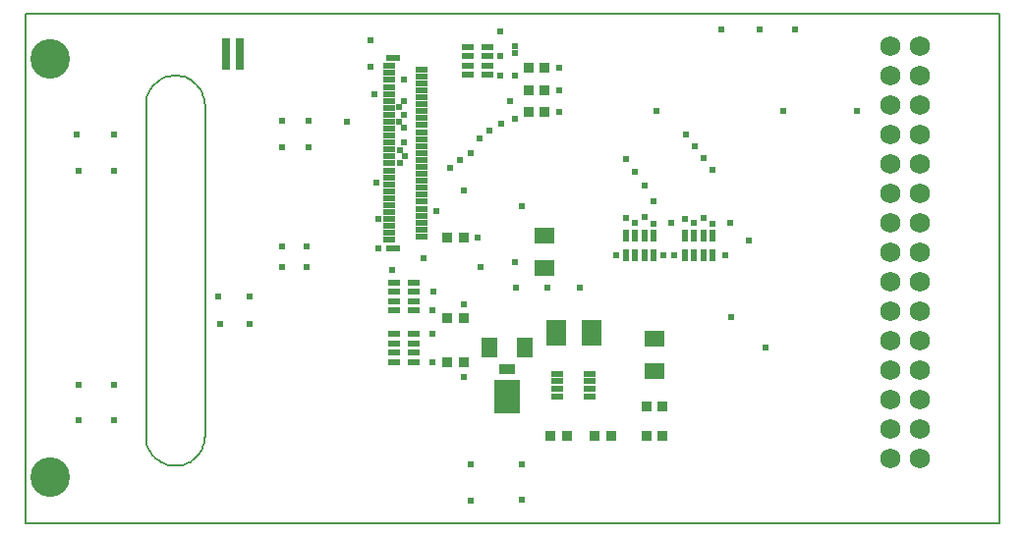
<source format=gbr>
%FSTAX23Y23*%
%MOIN*%
%SFA1B1*%

%IPPOS*%
%ADD13C,0.005000*%
%ADD36C,0.068000*%
%ADD37C,0.134000*%
%ADD38C,0.024000*%
%ADD39R,0.068000X0.058000*%
%ADD40R,0.058000X0.068000*%
%ADD41R,0.058000X0.038000*%
%ADD42R,0.087000X0.113000*%
%ADD43R,0.043000X0.024000*%
%ADD44R,0.024000X0.043000*%
%ADD45R,0.039000X0.020000*%
%ADD46R,0.038000X0.038000*%
%ADD47R,0.067000X0.087000*%
%ADD48R,0.067000X0.087000*%
%ADD49R,0.047000X0.024000*%
%ADD50R,0.028000X0.106000*%
%LNmb694-1*%
%LPD*%
G54D13*
X00524Y01263D02*
D01*
X00523Y01269*
X00523Y01276*
X00521Y01283*
X0052Y0129*
X00517Y01297*
X00515Y01303*
X00512Y01309*
X00508Y01315*
X00504Y01321*
X005Y01327*
X00495Y01332*
X0049Y01337*
X00485Y01341*
X00479Y01345*
X00474Y01349*
X00467Y01352*
X00461Y01355*
X00454Y01358*
X00448Y0136*
X00441Y01361*
X00434Y01362*
X00427Y01362*
X0042*
X00413Y01362*
X00406Y01361*
X00399Y0136*
X00393Y01358*
X00386Y01355*
X0038Y01352*
X00373Y01349*
X00368Y01345*
X00362Y01341*
X00357Y01337*
X00352Y01332*
X00347Y01327*
X00343Y01321*
X00339Y01315*
X00335Y01309*
X00332Y01303*
X0033Y01297*
X00327Y0129*
X00326Y01283*
X00324Y01276*
X00324Y01269*
X00324Y01263*
Y00138D02*
D01*
X00324Y00131*
X00324Y00124*
X00326Y00117*
X00327Y0011*
X0033Y00103*
X00332Y00097*
X00335Y00091*
X00339Y00085*
X00343Y00079*
X00347Y00073*
X00352Y00068*
X00357Y00063*
X00362Y00059*
X00368Y00055*
X00374Y00051*
X0038Y00048*
X00386Y00045*
X00393Y00042*
X00399Y0004*
X00406Y00039*
X00413Y00038*
X0042Y00038*
X00427*
X00434Y00038*
X00441Y00039*
X00448Y0004*
X00454Y00042*
X00461Y00045*
X00467Y00048*
X00474Y00051*
X00479Y00055*
X00485Y00059*
X0049Y00063*
X00495Y00068*
X005Y00073*
X00504Y00079*
X00508Y00085*
X00512Y00091*
X00515Y00097*
X00517Y00103*
X0052Y0011*
X00521Y00117*
X00523Y00124*
X00523Y00131*
X00524Y00138*
X-00086Y01573D02*
X03219D01*
X03218Y-00158D02*
X03219Y-00157D01*
Y01573*
X00324Y00138D02*
Y01263D01*
X00524Y00138D02*
Y01258D01*
X-00086Y-00158D02*
Y01573D01*
Y-00158D02*
X03218D01*
G54D36*
X02949Y00063D03*
Y00163D03*
Y00263D03*
Y00363D03*
X02849Y00063D03*
Y00163D03*
Y00263D03*
Y00363D03*
Y01463D03*
X02949Y01363D03*
Y01463D03*
X02849Y01363D03*
X02949Y00463D03*
Y00563D03*
Y00663D03*
Y00763D03*
Y00863D03*
Y00963D03*
Y01063D03*
Y01163D03*
Y01263D03*
X02849Y00463D03*
Y00563D03*
Y00663D03*
Y00763D03*
Y00863D03*
Y00963D03*
Y01063D03*
Y01163D03*
Y01263D03*
G54D37*
X0Y0D03*
D03*
Y01418D03*
G54D38*
X02424Y00438D03*
X02309Y00542D03*
X01579Y00642D03*
X01794Y00643D03*
X01684D03*
X00094Y00313D03*
Y00193D03*
X00214D03*
Y00313D03*
X00674Y00612D03*
X00569D03*
X00674Y00518D03*
X00574D03*
X01084Y01482D03*
Y01392D03*
X01264Y00742D03*
X01112Y00777D03*
X01159Y00702D03*
X01524Y01512D03*
X02274Y01518D03*
X02404D03*
X02524D03*
X00784Y01208D03*
X00874D03*
X00784Y01118D03*
X00874D03*
X01424Y00042D03*
Y-00082D03*
X01599Y00042D03*
Y-00078D03*
X01724Y01388D03*
Y01313D03*
Y01238D03*
X01574Y01463D03*
X02246Y0086D03*
X02214Y00878D03*
X02183Y00862D03*
X02152Y00875D03*
X02046Y0086D03*
Y00935D03*
X02015Y00882D03*
X02014Y00988D03*
X01983Y00862D03*
Y01037D03*
X01952Y0088D03*
Y01078D03*
X01524Y01428D03*
Y01363D03*
X01574Y01438D03*
Y01363D03*
X02246Y01043D03*
X02214Y01083D03*
X02184Y01123D03*
X02154Y01163D03*
X0192Y00754D03*
X02079Y00753D03*
X02115Y00754D03*
X02289Y00753D03*
X01299Y00628D03*
X01296Y00565D03*
X01401Y00585D03*
X01297Y00485D03*
X01296Y0039D03*
X01401Y0034D03*
X01449Y00813D03*
X01574Y00728D03*
X00089Y01162D03*
X00214D03*
X00094Y01038D03*
X00214D03*
X00869Y00782D03*
X00784Y00783D03*
X01459Y00712D03*
X01105Y01D03*
X02369Y00802D03*
X02104Y00863D03*
X02304D03*
X00869Y00712D03*
X00784Y00713D03*
X01198Y01348D03*
X01575Y01215D03*
X0153Y012D03*
X0149Y01175D03*
X01455Y0115D03*
X01425Y011D03*
X0139Y01075D03*
X01355Y0105D03*
X012Y01275D03*
X01183Y01255D03*
X012Y0123D03*
X01181Y01206D03*
X012Y01185D03*
Y01135D03*
X01185Y0111D03*
X011Y013D03*
X01202Y01088D03*
X01185Y01065D03*
X01111Y00876D03*
X01403Y00972D03*
X01599Y0092D03*
X0131Y00902D03*
X0156Y01275D03*
X01004Y01205D03*
X02735Y01242D03*
X02485D03*
X02055D03*
G54D39*
X01674Y00708D03*
Y00818D03*
X02049Y00468D03*
Y00358D03*
G54D40*
X01489Y00438D03*
X01609D03*
G54D41*
X01549Y00365D03*
G54D42*
X01549Y00273D03*
G54D43*
X01232Y00485D03*
Y0039D03*
Y00453D03*
X01165Y00485D03*
Y0039D03*
Y00453D03*
Y00422D03*
X01232D03*
Y00597D03*
X01165D03*
Y00628D03*
Y00565D03*
Y0066D03*
X01232Y00628D03*
Y00565D03*
Y0066D03*
X01482Y01397D03*
X01415D03*
Y01428D03*
Y01365D03*
Y0146D03*
X01482Y01428D03*
Y01365D03*
Y0146D03*
G54D44*
X02246Y00754D03*
X02152D03*
X02215D03*
X02246Y00821D03*
X02152D03*
X02215D03*
X02183D03*
Y00754D03*
X01983D03*
Y00821D03*
X02015D03*
X01952D03*
X02046D03*
X02015Y00754D03*
X01952D03*
X02046D03*
G54D45*
X01829Y00351D03*
Y003D03*
Y00326D03*
Y00274D03*
X01719D03*
Y003D03*
Y00326D03*
Y00351D03*
X01259Y01265D03*
Y01242D03*
Y01218D03*
Y01195D03*
Y01171D03*
Y01147D03*
Y01124D03*
Y011D03*
Y01076D03*
Y0136D03*
Y01383D03*
X01149Y01254D03*
Y0123D03*
Y01206D03*
Y01183D03*
Y01159D03*
Y01135D03*
Y01112D03*
Y01088D03*
Y01065D03*
Y01372D03*
X01259Y00864D03*
X01149Y00946D03*
X01259Y00958D03*
X01149Y01277D03*
X01259Y01289D03*
X01149Y01301D03*
X01259Y01313D03*
X01149Y01324D03*
X01259Y01336D03*
X01149Y01348D03*
Y01395D03*
Y01041D03*
Y01017D03*
Y00994D03*
Y0097D03*
X01259Y01053D03*
Y01029D03*
Y01006D03*
Y00982D03*
Y00935D03*
X01149Y00923D03*
X01259Y00911D03*
X01149Y00899D03*
X01259Y00887D03*
X01149Y00876D03*
Y00852D03*
X01259Y0084D03*
X01149Y00828D03*
X01259Y00817D03*
X01149Y00805D03*
G54D46*
X01621Y01238D03*
X01346Y00388D03*
Y00813D03*
X01751Y00138D03*
X01846D03*
X01621Y01313D03*
Y01388D03*
X02021Y00238D03*
Y00138D03*
X01676Y01313D03*
Y01388D03*
Y01238D03*
X01901Y00138D03*
X01696D03*
X02076D03*
X01401Y00813D03*
Y00388D03*
X02076Y00238D03*
X01401Y00538D03*
X01346D03*
G54D47*
X01714Y00488D03*
G54D48*
X01834Y00488D03*
G54D49*
X01161Y01423D03*
Y00777D03*
G54D50*
X00643Y01435D03*
X00596D03*
M02*
</source>
